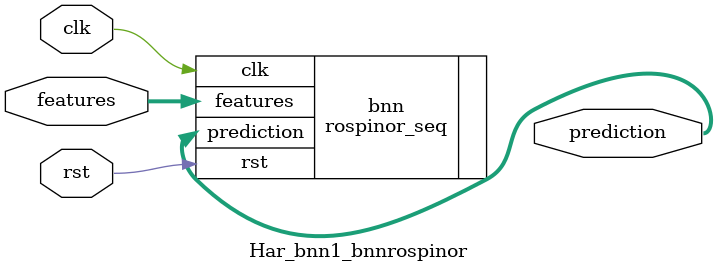
<source format=v>













module Har_bnn1_bnnrospinor #(

parameter FEAT_CNT = 12,
parameter HIDDEN_CNT = 40,
parameter FEAT_BITS = 4,
parameter CLASS_CNT = 6,
parameter TEST_CNT = 1000


  ) (
  input clk,
  input rst,
  input [FEAT_CNT*FEAT_BITS-1:0] features,
  output [$clog2(CLASS_CNT)-1:0] prediction
  );

  localparam Weights0 = 480'b010011011001001100101101110001110010101011110010111001110001101001101010010011110101100110000101000100000111110100000001101110101101000110000001100100000001110000111111100111001110011001111010101000111100000011110011111011101000100111100110001101001001000110110111001011101011010111110100111000111100000011000000000100101111000110010101011010001100110101000100110101010101111011111000111000010110111000110001001110000010001100000101000000100100011000001101111001100001101000111001 ;
  localparam Weights1 = 240'b111001111101100000101111100101100010100011010110111111001010010101011010011101001110011111011110001101011100001000101010010101000110011010101101110010110100110101111111011000000011000110001111110000010111001001000101000010011100001111000100 ;

  rospinor_seq #(.FEAT_CNT(FEAT_CNT),.FEAT_BITS(FEAT_BITS),.HIDDEN_CNT(HIDDEN_CNT),.CLASS_CNT(CLASS_CNT),.Weights0(Weights0),.Weights1(Weights1)) bnn (
    .clk(clk),
    .rst(rst),
    .features(features),
    .prediction(prediction)
  );

endmodule

</source>
